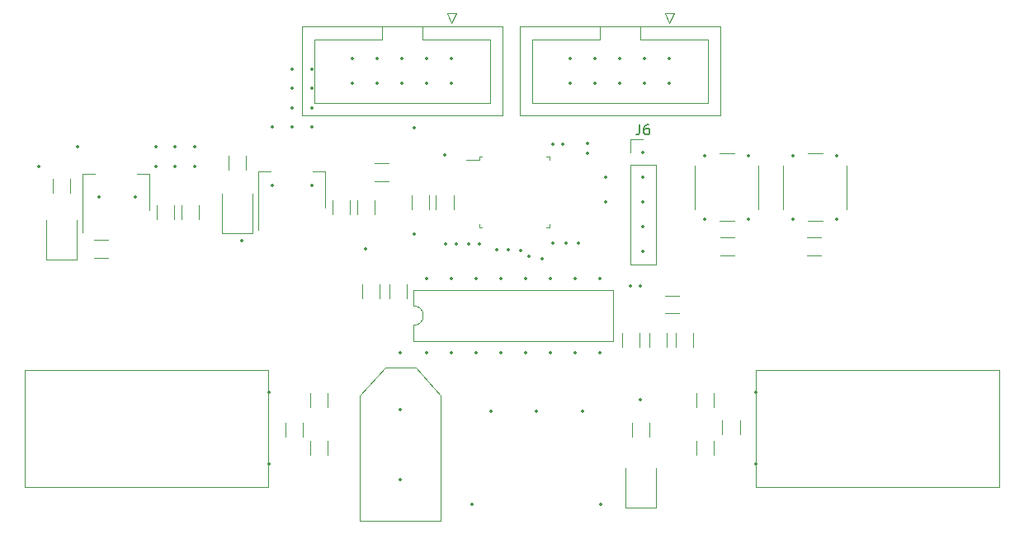
<source format=gbr>
%TF.GenerationSoftware,KiCad,Pcbnew,7.0.2*%
%TF.CreationDate,2023-11-09T20:15:28+01:00*%
%TF.ProjectId,Motherboard,4d6f7468-6572-4626-9f61-72642e6b6963,rev?*%
%TF.SameCoordinates,Original*%
%TF.FileFunction,Legend,Top*%
%TF.FilePolarity,Positive*%
%FSLAX46Y46*%
G04 Gerber Fmt 4.6, Leading zero omitted, Abs format (unit mm)*
G04 Created by KiCad (PCBNEW 7.0.2) date 2023-11-09 20:15:28*
%MOMM*%
%LPD*%
G01*
G04 APERTURE LIST*
%ADD10C,0.100000*%
%ADD11C,0.150000*%
%ADD12C,0.120000*%
%ADD13C,0.350000*%
G04 APERTURE END LIST*
D10*
X94494000Y-102380000D02*
X119494000Y-102380000D01*
X119494000Y-114380000D01*
X94494000Y-114380000D01*
X94494000Y-102380000D01*
X169494000Y-102380000D02*
X194494000Y-102380000D01*
X194494000Y-114380000D01*
X169494000Y-114380000D01*
X169494000Y-102380000D01*
D11*
%TO.C,J6*%
X157584666Y-77163619D02*
X157584666Y-77877904D01*
X157584666Y-77877904D02*
X157537047Y-78020761D01*
X157537047Y-78020761D02*
X157441809Y-78116000D01*
X157441809Y-78116000D02*
X157298952Y-78163619D01*
X157298952Y-78163619D02*
X157203714Y-78163619D01*
X158489428Y-77163619D02*
X158298952Y-77163619D01*
X158298952Y-77163619D02*
X158203714Y-77211238D01*
X158203714Y-77211238D02*
X158156095Y-77258857D01*
X158156095Y-77258857D02*
X158060857Y-77401714D01*
X158060857Y-77401714D02*
X158013238Y-77592190D01*
X158013238Y-77592190D02*
X158013238Y-77973142D01*
X158013238Y-77973142D02*
X158060857Y-78068380D01*
X158060857Y-78068380D02*
X158108476Y-78116000D01*
X158108476Y-78116000D02*
X158203714Y-78163619D01*
X158203714Y-78163619D02*
X158394190Y-78163619D01*
X158394190Y-78163619D02*
X158489428Y-78116000D01*
X158489428Y-78116000D02*
X158537047Y-78068380D01*
X158537047Y-78068380D02*
X158584666Y-77973142D01*
X158584666Y-77973142D02*
X158584666Y-77735047D01*
X158584666Y-77735047D02*
X158537047Y-77639809D01*
X158537047Y-77639809D02*
X158489428Y-77592190D01*
X158489428Y-77592190D02*
X158394190Y-77544571D01*
X158394190Y-77544571D02*
X158203714Y-77544571D01*
X158203714Y-77544571D02*
X158108476Y-77592190D01*
X158108476Y-77592190D02*
X158060857Y-77639809D01*
X158060857Y-77639809D02*
X158013238Y-77735047D01*
D12*
%TO.C,D2*%
X96643000Y-86935000D02*
X96643000Y-90995000D01*
X99813000Y-90995000D02*
X99813000Y-86935000D01*
X96643000Y-90995000D02*
X99813000Y-90995000D01*
%TO.C,C19*%
X167265252Y-88768000D02*
X165842748Y-88768000D01*
X167265252Y-90588000D02*
X165842748Y-90588000D01*
%TO.C,C2*%
X138488682Y-85817252D02*
X138488682Y-84394748D01*
X136668682Y-85817252D02*
X136668682Y-84394748D01*
%TO.C,C4*%
X127840000Y-86325252D02*
X127840000Y-84902748D01*
X126020000Y-86325252D02*
X126020000Y-84902748D01*
%TO.C,C17*%
X121194000Y-107762748D02*
X121194000Y-109185252D01*
X123014000Y-107762748D02*
X123014000Y-109185252D01*
%TO.C,SW1*%
X167268000Y-80082000D02*
X165768000Y-80082000D01*
X163268000Y-81332000D02*
X163268000Y-85832000D01*
X169768000Y-85832000D02*
X169768000Y-81332000D01*
X165768000Y-87082000D02*
X167268000Y-87082000D01*
%TO.C,C15*%
X163358000Y-104714748D02*
X163358000Y-106137252D01*
X165178000Y-104714748D02*
X165178000Y-106137252D01*
%TO.C,U4*%
X134378000Y-97780000D02*
G75*
G03*
X134378000Y-95780000I0J1000000D01*
G01*
X154818000Y-94130000D02*
X134378000Y-94130000D01*
X134378000Y-94130000D02*
X134378000Y-95780000D01*
X134378000Y-97780000D02*
X134378000Y-99430000D01*
X154818000Y-99430000D02*
X154818000Y-94130000D01*
X134378000Y-99430000D02*
X154818000Y-99430000D01*
%TO.C,C6*%
X112346000Y-86833252D02*
X112346000Y-85410748D01*
X110526000Y-86833252D02*
X110526000Y-85410748D01*
%TO.C,C1*%
X135968000Y-85817252D02*
X135968000Y-84394748D01*
X134148000Y-85817252D02*
X134148000Y-84394748D01*
%TO.C,C13*%
X163358000Y-109651748D02*
X163358000Y-111074252D01*
X165178000Y-109651748D02*
X165178000Y-111074252D01*
%TO.C,C16*%
X123734000Y-109651748D02*
X123734000Y-111074252D01*
X125554000Y-109651748D02*
X125554000Y-111074252D01*
%TO.C,D3*%
X156079000Y-112462000D02*
X156079000Y-116522000D01*
X159249000Y-116522000D02*
X159249000Y-112462000D01*
X156079000Y-116522000D02*
X159249000Y-116522000D01*
%TO.C,U2*%
X125260000Y-81926000D02*
X124000000Y-81926000D01*
X118440000Y-81926000D02*
X119700000Y-81926000D01*
X125260000Y-85686000D02*
X125260000Y-81926000D01*
X118440000Y-87936000D02*
X118440000Y-81926000D01*
%TO.C,SW3*%
X176321000Y-80082000D02*
X174821000Y-80082000D01*
X172321000Y-81332000D02*
X172321000Y-85832000D01*
X178821000Y-85832000D02*
X178821000Y-81332000D01*
X174821000Y-87082000D02*
X176321000Y-87082000D01*
%TO.C,C12*%
X157558000Y-99976252D02*
X157558000Y-98553748D01*
X155738000Y-99976252D02*
X155738000Y-98553748D01*
%TO.C,R3*%
X158574000Y-109201064D02*
X158574000Y-107746936D01*
X156754000Y-109201064D02*
X156754000Y-107746936D01*
%TO.C,C11*%
X160352000Y-99976252D02*
X160352000Y-98553748D01*
X158532000Y-99976252D02*
X158532000Y-98553748D01*
%TO.C,U3*%
X107226000Y-82180000D02*
X105966000Y-82180000D01*
X100406000Y-82180000D02*
X101666000Y-82180000D01*
X107226000Y-85940000D02*
X107226000Y-82180000D01*
X100406000Y-88190000D02*
X100406000Y-82180000D01*
%TO.C,R2*%
X99138000Y-84182064D02*
X99138000Y-82727936D01*
X97318000Y-84182064D02*
X97318000Y-82727936D01*
%TO.C,J5*%
X145277802Y-76204000D02*
X145277802Y-67084000D01*
X165857802Y-76204000D02*
X145277802Y-76204000D01*
X146577802Y-74894000D02*
X146577802Y-68394000D01*
X164557802Y-74894000D02*
X146577802Y-74894000D01*
X146577802Y-68394000D02*
X153517802Y-68394000D01*
X153517802Y-68394000D02*
X153517802Y-68394000D01*
X153517802Y-68394000D02*
X153517802Y-67084000D01*
X157617802Y-68394000D02*
X164557802Y-68394000D01*
X164557802Y-68394000D02*
X164557802Y-74894000D01*
X145277802Y-67084000D02*
X165857802Y-67084000D01*
X157617802Y-67084000D02*
X157617802Y-68394000D01*
X165857802Y-67084000D02*
X165857802Y-76204000D01*
X160647802Y-66694000D02*
X161147802Y-65694000D01*
X160147802Y-65694000D02*
X160647802Y-66694000D01*
X161147802Y-65694000D02*
X160147802Y-65694000D01*
%TO.C,J6*%
X159248000Y-81301000D02*
X159248000Y-91521000D01*
X156588000Y-91521000D02*
X159248000Y-91521000D01*
X156588000Y-81301000D02*
X159248000Y-81301000D01*
X156588000Y-81301000D02*
X156588000Y-91521000D01*
X156588000Y-80031000D02*
X156588000Y-78701000D01*
X156588000Y-78701000D02*
X157918000Y-78701000D01*
%TO.C,D1*%
X114677000Y-84268000D02*
X114677000Y-88328000D01*
X117847000Y-88328000D02*
X117847000Y-84268000D01*
X114677000Y-88328000D02*
X117847000Y-88328000D01*
%TO.C,C21*%
X163089000Y-99976252D02*
X163089000Y-98553748D01*
X161269000Y-99976252D02*
X161269000Y-98553748D01*
%TO.C,J4*%
X122925802Y-76204000D02*
X122925802Y-67084000D01*
X143505802Y-76204000D02*
X122925802Y-76204000D01*
X124225802Y-74894000D02*
X124225802Y-68394000D01*
X142205802Y-74894000D02*
X124225802Y-74894000D01*
X124225802Y-68394000D02*
X131165802Y-68394000D01*
X131165802Y-68394000D02*
X131165802Y-68394000D01*
X131165802Y-68394000D02*
X131165802Y-67084000D01*
X135265802Y-68394000D02*
X142205802Y-68394000D01*
X142205802Y-68394000D02*
X142205802Y-74894000D01*
X122925802Y-67084000D02*
X143505802Y-67084000D01*
X135265802Y-67084000D02*
X135265802Y-68394000D01*
X143505802Y-67084000D02*
X143505802Y-76204000D01*
X138295802Y-66694000D02*
X138795802Y-65694000D01*
X137795802Y-65694000D02*
X138295802Y-66694000D01*
X138795802Y-65694000D02*
X137795802Y-65694000D01*
%TO.C,R1*%
X117172000Y-81769064D02*
X117172000Y-80314936D01*
X115352000Y-81769064D02*
X115352000Y-80314936D01*
%TO.C,C20*%
X176155252Y-88768000D02*
X174732748Y-88768000D01*
X176155252Y-90588000D02*
X174732748Y-90588000D01*
%TO.C,C7*%
X109806000Y-86833252D02*
X109806000Y-85410748D01*
X107986000Y-86833252D02*
X107986000Y-85410748D01*
%TO.C,C18*%
X123734000Y-104714748D02*
X123734000Y-106137252D01*
X125554000Y-104714748D02*
X125554000Y-106137252D01*
%TO.C,C5*%
X131832252Y-81148000D02*
X130409748Y-81148000D01*
X131832252Y-82968000D02*
X130409748Y-82968000D01*
%TO.C,C14*%
X166025000Y-107508748D02*
X166025000Y-108931252D01*
X167845000Y-107508748D02*
X167845000Y-108931252D01*
%TO.C,C3*%
X130380000Y-86325252D02*
X130380000Y-84902748D01*
X128560000Y-86325252D02*
X128560000Y-84902748D01*
%TO.C,J1*%
X128876000Y-117848000D02*
X137176000Y-117848000D01*
X137176000Y-117848000D02*
X137176000Y-104998000D01*
X128876000Y-104998000D02*
X128876000Y-117848000D01*
X137176000Y-104998000D02*
X134626000Y-102148000D01*
X131476000Y-102148000D02*
X128876000Y-104998000D01*
X134626000Y-102148000D02*
X131476000Y-102148000D01*
%TO.C,C22*%
X161620252Y-94721000D02*
X160197748Y-94721000D01*
X161620252Y-96541000D02*
X160197748Y-96541000D01*
%TO.C,C8*%
X103003252Y-89022000D02*
X101580748Y-89022000D01*
X103003252Y-90842000D02*
X101580748Y-90842000D01*
%TO.C,U1*%
X148320000Y-87700000D02*
X148320000Y-87400000D01*
X148320000Y-80480000D02*
X148320000Y-80780000D01*
X148020000Y-87700000D02*
X148320000Y-87700000D01*
X148020000Y-80480000D02*
X148320000Y-80480000D01*
X141400000Y-87700000D02*
X141100000Y-87700000D01*
X141400000Y-80480000D02*
X141100000Y-80480000D01*
X141100000Y-87700000D02*
X141100000Y-87400000D01*
X141100000Y-80780000D02*
X139785000Y-80780000D01*
X141100000Y-80480000D02*
X141100000Y-80780000D01*
%TO.C,C9*%
X133682000Y-94961252D02*
X133682000Y-93538748D01*
X131862000Y-94961252D02*
X131862000Y-93538748D01*
%TO.C,C10*%
X130888000Y-94961252D02*
X130888000Y-93538748D01*
X129068000Y-94961252D02*
X129068000Y-93538748D01*
%TD*%
D13*
X105791000Y-84582000D03*
X102108000Y-84582000D03*
X123910000Y-83432000D03*
X123910000Y-77432000D03*
X123910000Y-75432000D03*
X123910000Y-73432000D03*
X123910000Y-71432000D03*
X121910000Y-77432000D03*
X121910000Y-75432000D03*
X121910000Y-73432000D03*
X121910000Y-71432000D03*
X119910000Y-83432000D03*
X119910000Y-77432000D03*
X111910000Y-81432000D03*
X111910000Y-79432000D03*
X109910000Y-81432000D03*
X109910000Y-79432000D03*
X107910000Y-81432000D03*
X107910000Y-79432000D03*
X99910000Y-79432000D03*
X95910000Y-81432000D03*
X134423000Y-88408000D03*
X116770000Y-89043000D03*
X134448400Y-77486000D03*
X147545799Y-90948000D03*
X137598000Y-80280000D03*
X129470000Y-89932000D03*
X157664000Y-105426000D03*
X133026000Y-100600000D03*
X146234000Y-90694000D03*
X137674200Y-89436500D03*
X138791800Y-89398600D03*
X140011000Y-89424000D03*
X141154000Y-89424000D03*
X142891165Y-90017988D03*
X144053423Y-90037423D03*
X145345000Y-90059000D03*
X148647000Y-89297000D03*
X150044000Y-89297000D03*
X151325451Y-89297000D03*
X148647000Y-79190500D03*
X149663000Y-79190500D03*
X152202285Y-80087136D03*
X152206082Y-79087640D03*
X154108000Y-82566000D03*
X154108000Y-85106000D03*
X156643701Y-93737701D03*
X157664000Y-93742000D03*
X142296000Y-106617500D03*
X146996000Y-106617500D03*
X151696000Y-106617500D03*
X153601000Y-116147500D03*
X140391000Y-116147500D03*
X168768000Y-80332000D03*
X168768000Y-86832000D03*
X164268000Y-80332000D03*
X164268000Y-86832000D03*
X135708000Y-92970000D03*
X138248000Y-92970000D03*
X140788000Y-92970000D03*
X143328000Y-92970000D03*
X145868000Y-92970000D03*
X148408000Y-92970000D03*
X150948000Y-92970000D03*
X153488000Y-92970000D03*
X153488000Y-100590000D03*
X150948000Y-100590000D03*
X148408000Y-100590000D03*
X145868000Y-100590000D03*
X143328000Y-100590000D03*
X140788000Y-100590000D03*
X138248000Y-100590000D03*
X135708000Y-100590000D03*
X177821000Y-80332000D03*
X177821000Y-86832000D03*
X173321000Y-80332000D03*
X173321000Y-86832000D03*
X150487802Y-72914000D03*
X150487802Y-70374000D03*
X153027802Y-72914000D03*
X153027802Y-70374000D03*
X155567802Y-72914000D03*
X155567802Y-70374000D03*
X158107802Y-72914000D03*
X158107802Y-70374000D03*
X160647802Y-72914000D03*
X160647802Y-70374000D03*
X119564000Y-112014000D03*
X119564000Y-104614000D03*
X157918000Y-90191000D03*
X157918000Y-87651000D03*
X157918000Y-85111000D03*
X157918000Y-82571000D03*
X157918000Y-80031000D03*
X128135802Y-72914000D03*
X128135802Y-70374000D03*
X130675802Y-72914000D03*
X130675802Y-70374000D03*
X133215802Y-72914000D03*
X133215802Y-70374000D03*
X135755802Y-72914000D03*
X135755802Y-70374000D03*
X138295802Y-72914000D03*
X138295802Y-70374000D03*
X133026000Y-113598000D03*
X133026000Y-106398000D03*
X169475000Y-104614000D03*
X169475000Y-112014000D03*
M02*

</source>
